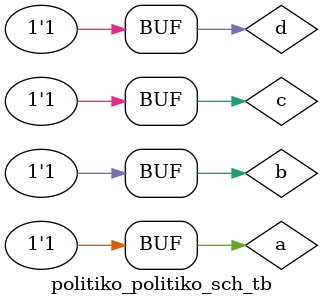
<source format=v>

`timescale 1ns / 1ps

module politiko_politiko_sch_tb();

// Inputs
   reg a;
   reg b;
   reg c;
   reg d;

// Output
   wire s;

// Bidirs

// Instantiate the UUT
   politiko UUT (
		.a(a), 
		.b(b), 
		.c(c), 
		.d(d), 
		.s(s)
   );
// Initialize Inputs
   initial begin
	a = 0;
	b = 0;
	c= 0;
	d=0;     ///0
	#10
	a = 0;
	b = 0;
	c = 0;   //1
	d=1;
	#10
	a = 0;
	b = 0;	//2
	c = 1;
	d=0;
	#10
	a = 0;
	b= 0;		//3
	c = 1;
	d=1;
	#10
	a = 0;
	b= 1;
	c = 0;		//4
	d=0;
	#10
	a = 0;
	b = 1;
	c = 0;		//5
	d=1;
	#10
	a = 0;
	b = 1;	//6
	c =1;
	d=0;
	#10
	a = 0;
	b = 1;
	c = 1;  //7
	d=1;
	#10
	a = 1;
	b =0;
	c =0;  //8
	d=0;
	#10
	a = 1;
	b =0;
	c =0;  //9
	d=1;
	#10
	a =1;
	b =0;
	c= 1;  //10
	d=0;
	#10
	a = 1;
	b = 0;
	c = 1;  //11
	d=1;
	#10
	a = 1;
	b = 1;
	c = 0;  //12
	d=0;
	#10
	a = 1;
	b = 1;
	c = 0;  //13
	d=1;
	#10
	a = 1;
	b = 1;
	c = 1;  //14
	d=0;
	#10
	a = 1;
	b = 1;
	c = 1;  //15
	d=1;
	
end
endmodule

</source>
